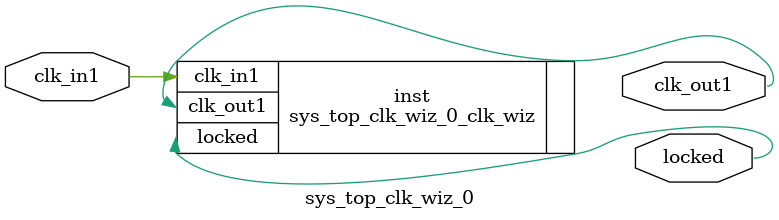
<source format=v>


`timescale 1ps/1ps

(* CORE_GENERATION_INFO = "sys_top_clk_wiz_0,clk_wiz_v6_0_3_0_0,{component_name=sys_top_clk_wiz_0,use_phase_alignment=true,use_min_o_jitter=false,use_max_i_jitter=false,use_dyn_phase_shift=false,use_inclk_switchover=false,use_dyn_reconfig=false,enable_axi=0,feedback_source=FDBK_AUTO,PRIMITIVE=PLL,num_out_clk=1,clkin1_period=10.000,clkin2_period=10.000,use_power_down=false,use_reset=false,use_locked=true,use_inclk_stopped=false,feedback_type=SINGLE,CLOCK_MGR_TYPE=NA,manual_override=false}" *)

module sys_top_clk_wiz_0 
 (
  // Clock out ports
  output        clk_out1,
  // Status and control signals
  output        locked,
 // Clock in ports
  input         clk_in1
 );

  sys_top_clk_wiz_0_clk_wiz inst
  (
  // Clock out ports  
  .clk_out1(clk_out1),
  // Status and control signals               
  .locked(locked),
 // Clock in ports
  .clk_in1(clk_in1)
  );

endmodule

</source>
